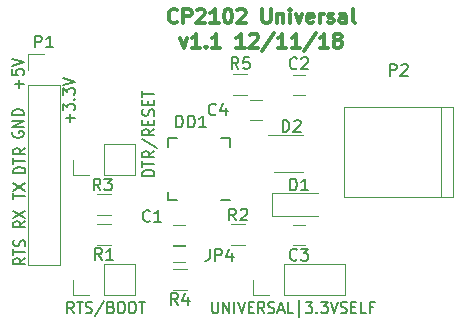
<source format=gbr>
G04 #@! TF.FileFunction,Legend,Top*
%FSLAX46Y46*%
G04 Gerber Fmt 4.6, Leading zero omitted, Abs format (unit mm)*
G04 Created by KiCad (PCBNEW 4.0.7) date 11/13/18 10:50:41*
%MOMM*%
%LPD*%
G01*
G04 APERTURE LIST*
%ADD10C,0.100000*%
%ADD11C,0.150000*%
%ADD12C,0.300000*%
%ADD13C,0.120000*%
G04 APERTURE END LIST*
D10*
D11*
X160296286Y-119975381D02*
X160296286Y-120784905D01*
X160339143Y-120880143D01*
X160382000Y-120927762D01*
X160467714Y-120975381D01*
X160639143Y-120975381D01*
X160724857Y-120927762D01*
X160767714Y-120880143D01*
X160810571Y-120784905D01*
X160810571Y-119975381D01*
X161239143Y-120975381D02*
X161239143Y-119975381D01*
X161753428Y-120975381D01*
X161753428Y-119975381D01*
X162182000Y-120975381D02*
X162182000Y-119975381D01*
X162481999Y-119975381D02*
X162781999Y-120975381D01*
X163081999Y-119975381D01*
X163382000Y-120451571D02*
X163682000Y-120451571D01*
X163810571Y-120975381D02*
X163382000Y-120975381D01*
X163382000Y-119975381D01*
X163810571Y-119975381D01*
X164710571Y-120975381D02*
X164410571Y-120499190D01*
X164196286Y-120975381D02*
X164196286Y-119975381D01*
X164539143Y-119975381D01*
X164624857Y-120023000D01*
X164667714Y-120070619D01*
X164710571Y-120165857D01*
X164710571Y-120308714D01*
X164667714Y-120403952D01*
X164624857Y-120451571D01*
X164539143Y-120499190D01*
X164196286Y-120499190D01*
X165053429Y-120927762D02*
X165182000Y-120975381D01*
X165396286Y-120975381D01*
X165482000Y-120927762D01*
X165524857Y-120880143D01*
X165567714Y-120784905D01*
X165567714Y-120689667D01*
X165524857Y-120594429D01*
X165482000Y-120546810D01*
X165396286Y-120499190D01*
X165224857Y-120451571D01*
X165139143Y-120403952D01*
X165096286Y-120356333D01*
X165053429Y-120261095D01*
X165053429Y-120165857D01*
X165096286Y-120070619D01*
X165139143Y-120023000D01*
X165224857Y-119975381D01*
X165439143Y-119975381D01*
X165567714Y-120023000D01*
X165910572Y-120689667D02*
X166339143Y-120689667D01*
X165824857Y-120975381D02*
X166124857Y-119975381D01*
X166424857Y-120975381D01*
X167153429Y-120975381D02*
X166724858Y-120975381D01*
X166724858Y-119975381D01*
X167667714Y-121308714D02*
X167667714Y-119880143D01*
X168224857Y-119975381D02*
X168782000Y-119975381D01*
X168482000Y-120356333D01*
X168610572Y-120356333D01*
X168696286Y-120403952D01*
X168739143Y-120451571D01*
X168782000Y-120546810D01*
X168782000Y-120784905D01*
X168739143Y-120880143D01*
X168696286Y-120927762D01*
X168610572Y-120975381D01*
X168353429Y-120975381D01*
X168267715Y-120927762D01*
X168224857Y-120880143D01*
X169167715Y-120880143D02*
X169210572Y-120927762D01*
X169167715Y-120975381D01*
X169124858Y-120927762D01*
X169167715Y-120880143D01*
X169167715Y-120975381D01*
X169510571Y-119975381D02*
X170067714Y-119975381D01*
X169767714Y-120356333D01*
X169896286Y-120356333D01*
X169982000Y-120403952D01*
X170024857Y-120451571D01*
X170067714Y-120546810D01*
X170067714Y-120784905D01*
X170024857Y-120880143D01*
X169982000Y-120927762D01*
X169896286Y-120975381D01*
X169639143Y-120975381D01*
X169553429Y-120927762D01*
X169510571Y-120880143D01*
X170324857Y-119975381D02*
X170624857Y-120975381D01*
X170924857Y-119975381D01*
X171182001Y-120927762D02*
X171310572Y-120975381D01*
X171524858Y-120975381D01*
X171610572Y-120927762D01*
X171653429Y-120880143D01*
X171696286Y-120784905D01*
X171696286Y-120689667D01*
X171653429Y-120594429D01*
X171610572Y-120546810D01*
X171524858Y-120499190D01*
X171353429Y-120451571D01*
X171267715Y-120403952D01*
X171224858Y-120356333D01*
X171182001Y-120261095D01*
X171182001Y-120165857D01*
X171224858Y-120070619D01*
X171267715Y-120023000D01*
X171353429Y-119975381D01*
X171567715Y-119975381D01*
X171696286Y-120023000D01*
X172082001Y-120451571D02*
X172382001Y-120451571D01*
X172510572Y-120975381D02*
X172082001Y-120975381D01*
X172082001Y-119975381D01*
X172510572Y-119975381D01*
X173324858Y-120975381D02*
X172896287Y-120975381D01*
X172896287Y-119975381D01*
X173924858Y-120451571D02*
X173624858Y-120451571D01*
X173624858Y-120975381D02*
X173624858Y-119975381D01*
X174053429Y-119975381D01*
X148557000Y-120975381D02*
X148257000Y-120499190D01*
X148042715Y-120975381D02*
X148042715Y-119975381D01*
X148385572Y-119975381D01*
X148471286Y-120023000D01*
X148514143Y-120070619D01*
X148557000Y-120165857D01*
X148557000Y-120308714D01*
X148514143Y-120403952D01*
X148471286Y-120451571D01*
X148385572Y-120499190D01*
X148042715Y-120499190D01*
X148814143Y-119975381D02*
X149328429Y-119975381D01*
X149071286Y-120975381D02*
X149071286Y-119975381D01*
X149585572Y-120927762D02*
X149714143Y-120975381D01*
X149928429Y-120975381D01*
X150014143Y-120927762D01*
X150057000Y-120880143D01*
X150099857Y-120784905D01*
X150099857Y-120689667D01*
X150057000Y-120594429D01*
X150014143Y-120546810D01*
X149928429Y-120499190D01*
X149757000Y-120451571D01*
X149671286Y-120403952D01*
X149628429Y-120356333D01*
X149585572Y-120261095D01*
X149585572Y-120165857D01*
X149628429Y-120070619D01*
X149671286Y-120023000D01*
X149757000Y-119975381D01*
X149971286Y-119975381D01*
X150099857Y-120023000D01*
X151128429Y-119927762D02*
X150357000Y-121213476D01*
X151728429Y-120451571D02*
X151857000Y-120499190D01*
X151899857Y-120546810D01*
X151942714Y-120642048D01*
X151942714Y-120784905D01*
X151899857Y-120880143D01*
X151857000Y-120927762D01*
X151771286Y-120975381D01*
X151428429Y-120975381D01*
X151428429Y-119975381D01*
X151728429Y-119975381D01*
X151814143Y-120023000D01*
X151857000Y-120070619D01*
X151899857Y-120165857D01*
X151899857Y-120261095D01*
X151857000Y-120356333D01*
X151814143Y-120403952D01*
X151728429Y-120451571D01*
X151428429Y-120451571D01*
X152499857Y-119975381D02*
X152671286Y-119975381D01*
X152757000Y-120023000D01*
X152842714Y-120118238D01*
X152885572Y-120308714D01*
X152885572Y-120642048D01*
X152842714Y-120832524D01*
X152757000Y-120927762D01*
X152671286Y-120975381D01*
X152499857Y-120975381D01*
X152414143Y-120927762D01*
X152328429Y-120832524D01*
X152285572Y-120642048D01*
X152285572Y-120308714D01*
X152328429Y-120118238D01*
X152414143Y-120023000D01*
X152499857Y-119975381D01*
X153442714Y-119975381D02*
X153614143Y-119975381D01*
X153699857Y-120023000D01*
X153785571Y-120118238D01*
X153828429Y-120308714D01*
X153828429Y-120642048D01*
X153785571Y-120832524D01*
X153699857Y-120927762D01*
X153614143Y-120975381D01*
X153442714Y-120975381D01*
X153357000Y-120927762D01*
X153271286Y-120832524D01*
X153228429Y-120642048D01*
X153228429Y-120308714D01*
X153271286Y-120118238D01*
X153357000Y-120023000D01*
X153442714Y-119975381D01*
X154085571Y-119975381D02*
X154599857Y-119975381D01*
X154342714Y-120975381D02*
X154342714Y-119975381D01*
X155392381Y-109326714D02*
X154392381Y-109326714D01*
X154392381Y-109112429D01*
X154440000Y-108983857D01*
X154535238Y-108898143D01*
X154630476Y-108855286D01*
X154820952Y-108812429D01*
X154963810Y-108812429D01*
X155154286Y-108855286D01*
X155249524Y-108898143D01*
X155344762Y-108983857D01*
X155392381Y-109112429D01*
X155392381Y-109326714D01*
X154392381Y-108555286D02*
X154392381Y-108041000D01*
X155392381Y-108298143D02*
X154392381Y-108298143D01*
X155392381Y-107226715D02*
X154916190Y-107526715D01*
X155392381Y-107741000D02*
X154392381Y-107741000D01*
X154392381Y-107398143D01*
X154440000Y-107312429D01*
X154487619Y-107269572D01*
X154582857Y-107226715D01*
X154725714Y-107226715D01*
X154820952Y-107269572D01*
X154868571Y-107312429D01*
X154916190Y-107398143D01*
X154916190Y-107741000D01*
X154344762Y-106198143D02*
X155630476Y-106969572D01*
X155392381Y-105383858D02*
X154916190Y-105683858D01*
X155392381Y-105898143D02*
X154392381Y-105898143D01*
X154392381Y-105555286D01*
X154440000Y-105469572D01*
X154487619Y-105426715D01*
X154582857Y-105383858D01*
X154725714Y-105383858D01*
X154820952Y-105426715D01*
X154868571Y-105469572D01*
X154916190Y-105555286D01*
X154916190Y-105898143D01*
X154868571Y-104998143D02*
X154868571Y-104698143D01*
X155392381Y-104569572D02*
X155392381Y-104998143D01*
X154392381Y-104998143D01*
X154392381Y-104569572D01*
X155344762Y-104226714D02*
X155392381Y-104098143D01*
X155392381Y-103883857D01*
X155344762Y-103798143D01*
X155297143Y-103755286D01*
X155201905Y-103712429D01*
X155106667Y-103712429D01*
X155011429Y-103755286D01*
X154963810Y-103798143D01*
X154916190Y-103883857D01*
X154868571Y-104055286D01*
X154820952Y-104141000D01*
X154773333Y-104183857D01*
X154678095Y-104226714D01*
X154582857Y-104226714D01*
X154487619Y-104183857D01*
X154440000Y-104141000D01*
X154392381Y-104055286D01*
X154392381Y-103841000D01*
X154440000Y-103712429D01*
X154868571Y-103326714D02*
X154868571Y-103026714D01*
X155392381Y-102898143D02*
X155392381Y-103326714D01*
X154392381Y-103326714D01*
X154392381Y-102898143D01*
X154392381Y-102641000D02*
X154392381Y-102126714D01*
X155392381Y-102383857D02*
X154392381Y-102383857D01*
X144470381Y-116316857D02*
X143994190Y-116616857D01*
X144470381Y-116831142D02*
X143470381Y-116831142D01*
X143470381Y-116488285D01*
X143518000Y-116402571D01*
X143565619Y-116359714D01*
X143660857Y-116316857D01*
X143803714Y-116316857D01*
X143898952Y-116359714D01*
X143946571Y-116402571D01*
X143994190Y-116488285D01*
X143994190Y-116831142D01*
X143470381Y-116059714D02*
X143470381Y-115545428D01*
X144470381Y-115802571D02*
X143470381Y-115802571D01*
X144422762Y-115288285D02*
X144470381Y-115159714D01*
X144470381Y-114945428D01*
X144422762Y-114859714D01*
X144375143Y-114816857D01*
X144279905Y-114774000D01*
X144184667Y-114774000D01*
X144089429Y-114816857D01*
X144041810Y-114859714D01*
X143994190Y-114945428D01*
X143946571Y-115116857D01*
X143898952Y-115202571D01*
X143851333Y-115245428D01*
X143756095Y-115288285D01*
X143660857Y-115288285D01*
X143565619Y-115245428D01*
X143518000Y-115202571D01*
X143470381Y-115116857D01*
X143470381Y-114902571D01*
X143518000Y-114774000D01*
X144470381Y-113180000D02*
X143994190Y-113480000D01*
X144470381Y-113694285D02*
X143470381Y-113694285D01*
X143470381Y-113351428D01*
X143518000Y-113265714D01*
X143565619Y-113222857D01*
X143660857Y-113180000D01*
X143803714Y-113180000D01*
X143898952Y-113222857D01*
X143946571Y-113265714D01*
X143994190Y-113351428D01*
X143994190Y-113694285D01*
X143470381Y-112880000D02*
X144470381Y-112280000D01*
X143470381Y-112280000D02*
X144470381Y-112880000D01*
X143470381Y-111302714D02*
X143470381Y-110788428D01*
X144470381Y-111045571D02*
X143470381Y-111045571D01*
X143470381Y-110574143D02*
X144470381Y-109974143D01*
X143470381Y-109974143D02*
X144470381Y-110574143D01*
X144470381Y-109105571D02*
X143470381Y-109105571D01*
X143470381Y-108891286D01*
X143518000Y-108762714D01*
X143613238Y-108677000D01*
X143708476Y-108634143D01*
X143898952Y-108591286D01*
X144041810Y-108591286D01*
X144232286Y-108634143D01*
X144327524Y-108677000D01*
X144422762Y-108762714D01*
X144470381Y-108891286D01*
X144470381Y-109105571D01*
X143470381Y-108334143D02*
X143470381Y-107819857D01*
X144470381Y-108077000D02*
X143470381Y-108077000D01*
X144470381Y-107005572D02*
X143994190Y-107305572D01*
X144470381Y-107519857D02*
X143470381Y-107519857D01*
X143470381Y-107177000D01*
X143518000Y-107091286D01*
X143565619Y-107048429D01*
X143660857Y-107005572D01*
X143803714Y-107005572D01*
X143898952Y-107048429D01*
X143946571Y-107091286D01*
X143994190Y-107177000D01*
X143994190Y-107519857D01*
X143391000Y-105587714D02*
X143343381Y-105673428D01*
X143343381Y-105801999D01*
X143391000Y-105930571D01*
X143486238Y-106016285D01*
X143581476Y-106059142D01*
X143771952Y-106101999D01*
X143914810Y-106101999D01*
X144105286Y-106059142D01*
X144200524Y-106016285D01*
X144295762Y-105930571D01*
X144343381Y-105801999D01*
X144343381Y-105716285D01*
X144295762Y-105587714D01*
X144248143Y-105544857D01*
X143914810Y-105544857D01*
X143914810Y-105716285D01*
X144343381Y-105159142D02*
X143343381Y-105159142D01*
X144343381Y-104644857D01*
X143343381Y-104644857D01*
X144343381Y-104216285D02*
X143343381Y-104216285D01*
X143343381Y-104002000D01*
X143391000Y-103873428D01*
X143486238Y-103787714D01*
X143581476Y-103744857D01*
X143771952Y-103702000D01*
X143914810Y-103702000D01*
X144105286Y-103744857D01*
X144200524Y-103787714D01*
X144295762Y-103873428D01*
X144343381Y-104002000D01*
X144343381Y-104216285D01*
X148280429Y-104797000D02*
X148280429Y-104111286D01*
X148661381Y-104454143D02*
X147899476Y-104454143D01*
X147661381Y-103768429D02*
X147661381Y-103211286D01*
X148042333Y-103511286D01*
X148042333Y-103382714D01*
X148089952Y-103297000D01*
X148137571Y-103254143D01*
X148232810Y-103211286D01*
X148470905Y-103211286D01*
X148566143Y-103254143D01*
X148613762Y-103297000D01*
X148661381Y-103382714D01*
X148661381Y-103639857D01*
X148613762Y-103725571D01*
X148566143Y-103768429D01*
X148566143Y-102825571D02*
X148613762Y-102782714D01*
X148661381Y-102825571D01*
X148613762Y-102868428D01*
X148566143Y-102825571D01*
X148661381Y-102825571D01*
X147661381Y-102482715D02*
X147661381Y-101925572D01*
X148042333Y-102225572D01*
X148042333Y-102097000D01*
X148089952Y-102011286D01*
X148137571Y-101968429D01*
X148232810Y-101925572D01*
X148470905Y-101925572D01*
X148566143Y-101968429D01*
X148613762Y-102011286D01*
X148661381Y-102097000D01*
X148661381Y-102354143D01*
X148613762Y-102439857D01*
X148566143Y-102482715D01*
X147661381Y-101668429D02*
X148661381Y-101368429D01*
X147661381Y-101068429D01*
X143962429Y-101868143D02*
X143962429Y-101182429D01*
X144343381Y-101525286D02*
X143581476Y-101525286D01*
X143343381Y-100325286D02*
X143343381Y-100753857D01*
X143819571Y-100796714D01*
X143771952Y-100753857D01*
X143724333Y-100668143D01*
X143724333Y-100453857D01*
X143771952Y-100368143D01*
X143819571Y-100325286D01*
X143914810Y-100282429D01*
X144152905Y-100282429D01*
X144248143Y-100325286D01*
X144295762Y-100368143D01*
X144343381Y-100453857D01*
X144343381Y-100668143D01*
X144295762Y-100753857D01*
X144248143Y-100796714D01*
X143343381Y-100025286D02*
X144343381Y-99725286D01*
X143343381Y-99425286D01*
D12*
X157350715Y-96279571D02*
X157293572Y-96336714D01*
X157122143Y-96393857D01*
X157007857Y-96393857D01*
X156836429Y-96336714D01*
X156722143Y-96222429D01*
X156665000Y-96108143D01*
X156607857Y-95879571D01*
X156607857Y-95708143D01*
X156665000Y-95479571D01*
X156722143Y-95365286D01*
X156836429Y-95251000D01*
X157007857Y-95193857D01*
X157122143Y-95193857D01*
X157293572Y-95251000D01*
X157350715Y-95308143D01*
X157865000Y-96393857D02*
X157865000Y-95193857D01*
X158322143Y-95193857D01*
X158436429Y-95251000D01*
X158493572Y-95308143D01*
X158550715Y-95422429D01*
X158550715Y-95593857D01*
X158493572Y-95708143D01*
X158436429Y-95765286D01*
X158322143Y-95822429D01*
X157865000Y-95822429D01*
X159007857Y-95308143D02*
X159065000Y-95251000D01*
X159179286Y-95193857D01*
X159465000Y-95193857D01*
X159579286Y-95251000D01*
X159636429Y-95308143D01*
X159693572Y-95422429D01*
X159693572Y-95536714D01*
X159636429Y-95708143D01*
X158950715Y-96393857D01*
X159693572Y-96393857D01*
X160836429Y-96393857D02*
X160150714Y-96393857D01*
X160493572Y-96393857D02*
X160493572Y-95193857D01*
X160379286Y-95365286D01*
X160265000Y-95479571D01*
X160150714Y-95536714D01*
X161579286Y-95193857D02*
X161693571Y-95193857D01*
X161807857Y-95251000D01*
X161865000Y-95308143D01*
X161922143Y-95422429D01*
X161979286Y-95651000D01*
X161979286Y-95936714D01*
X161922143Y-96165286D01*
X161865000Y-96279571D01*
X161807857Y-96336714D01*
X161693571Y-96393857D01*
X161579286Y-96393857D01*
X161465000Y-96336714D01*
X161407857Y-96279571D01*
X161350714Y-96165286D01*
X161293571Y-95936714D01*
X161293571Y-95651000D01*
X161350714Y-95422429D01*
X161407857Y-95308143D01*
X161465000Y-95251000D01*
X161579286Y-95193857D01*
X162436428Y-95308143D02*
X162493571Y-95251000D01*
X162607857Y-95193857D01*
X162893571Y-95193857D01*
X163007857Y-95251000D01*
X163065000Y-95308143D01*
X163122143Y-95422429D01*
X163122143Y-95536714D01*
X163065000Y-95708143D01*
X162379286Y-96393857D01*
X163122143Y-96393857D01*
X164550714Y-95193857D02*
X164550714Y-96165286D01*
X164607857Y-96279571D01*
X164665000Y-96336714D01*
X164779286Y-96393857D01*
X165007857Y-96393857D01*
X165122143Y-96336714D01*
X165179286Y-96279571D01*
X165236429Y-96165286D01*
X165236429Y-95193857D01*
X165807857Y-95593857D02*
X165807857Y-96393857D01*
X165807857Y-95708143D02*
X165865000Y-95651000D01*
X165979286Y-95593857D01*
X166150714Y-95593857D01*
X166265000Y-95651000D01*
X166322143Y-95765286D01*
X166322143Y-96393857D01*
X166893571Y-96393857D02*
X166893571Y-95593857D01*
X166893571Y-95193857D02*
X166836428Y-95251000D01*
X166893571Y-95308143D01*
X166950714Y-95251000D01*
X166893571Y-95193857D01*
X166893571Y-95308143D01*
X167350715Y-95593857D02*
X167636429Y-96393857D01*
X167922143Y-95593857D01*
X168836429Y-96336714D02*
X168722143Y-96393857D01*
X168493572Y-96393857D01*
X168379286Y-96336714D01*
X168322143Y-96222429D01*
X168322143Y-95765286D01*
X168379286Y-95651000D01*
X168493572Y-95593857D01*
X168722143Y-95593857D01*
X168836429Y-95651000D01*
X168893572Y-95765286D01*
X168893572Y-95879571D01*
X168322143Y-95993857D01*
X169407857Y-96393857D02*
X169407857Y-95593857D01*
X169407857Y-95822429D02*
X169465000Y-95708143D01*
X169522143Y-95651000D01*
X169636429Y-95593857D01*
X169750714Y-95593857D01*
X170093571Y-96336714D02*
X170207857Y-96393857D01*
X170436429Y-96393857D01*
X170550714Y-96336714D01*
X170607857Y-96222429D01*
X170607857Y-96165286D01*
X170550714Y-96051000D01*
X170436429Y-95993857D01*
X170265000Y-95993857D01*
X170150714Y-95936714D01*
X170093571Y-95822429D01*
X170093571Y-95765286D01*
X170150714Y-95651000D01*
X170265000Y-95593857D01*
X170436429Y-95593857D01*
X170550714Y-95651000D01*
X171636429Y-96393857D02*
X171636429Y-95765286D01*
X171579286Y-95651000D01*
X171465000Y-95593857D01*
X171236429Y-95593857D01*
X171122143Y-95651000D01*
X171636429Y-96336714D02*
X171522143Y-96393857D01*
X171236429Y-96393857D01*
X171122143Y-96336714D01*
X171065000Y-96222429D01*
X171065000Y-96108143D01*
X171122143Y-95993857D01*
X171236429Y-95936714D01*
X171522143Y-95936714D01*
X171636429Y-95879571D01*
X172379286Y-96393857D02*
X172265000Y-96336714D01*
X172207857Y-96222429D01*
X172207857Y-95193857D01*
X157607858Y-97693857D02*
X157893572Y-98493857D01*
X158179286Y-97693857D01*
X159265001Y-98493857D02*
X158579286Y-98493857D01*
X158922144Y-98493857D02*
X158922144Y-97293857D01*
X158807858Y-97465286D01*
X158693572Y-97579571D01*
X158579286Y-97636714D01*
X159779286Y-98379571D02*
X159836429Y-98436714D01*
X159779286Y-98493857D01*
X159722143Y-98436714D01*
X159779286Y-98379571D01*
X159779286Y-98493857D01*
X160979287Y-98493857D02*
X160293572Y-98493857D01*
X160636430Y-98493857D02*
X160636430Y-97293857D01*
X160522144Y-97465286D01*
X160407858Y-97579571D01*
X160293572Y-97636714D01*
X163036430Y-98493857D02*
X162350715Y-98493857D01*
X162693573Y-98493857D02*
X162693573Y-97293857D01*
X162579287Y-97465286D01*
X162465001Y-97579571D01*
X162350715Y-97636714D01*
X163493572Y-97408143D02*
X163550715Y-97351000D01*
X163665001Y-97293857D01*
X163950715Y-97293857D01*
X164065001Y-97351000D01*
X164122144Y-97408143D01*
X164179287Y-97522429D01*
X164179287Y-97636714D01*
X164122144Y-97808143D01*
X163436430Y-98493857D01*
X164179287Y-98493857D01*
X165550715Y-97236714D02*
X164522144Y-98779571D01*
X166579287Y-98493857D02*
X165893572Y-98493857D01*
X166236430Y-98493857D02*
X166236430Y-97293857D01*
X166122144Y-97465286D01*
X166007858Y-97579571D01*
X165893572Y-97636714D01*
X167722144Y-98493857D02*
X167036429Y-98493857D01*
X167379287Y-98493857D02*
X167379287Y-97293857D01*
X167265001Y-97465286D01*
X167150715Y-97579571D01*
X167036429Y-97636714D01*
X169093572Y-97236714D02*
X168065001Y-98779571D01*
X170122144Y-98493857D02*
X169436429Y-98493857D01*
X169779287Y-98493857D02*
X169779287Y-97293857D01*
X169665001Y-97465286D01*
X169550715Y-97579571D01*
X169436429Y-97636714D01*
X170807858Y-97808143D02*
X170693572Y-97751000D01*
X170636429Y-97693857D01*
X170579286Y-97579571D01*
X170579286Y-97522429D01*
X170636429Y-97408143D01*
X170693572Y-97351000D01*
X170807858Y-97293857D01*
X171036429Y-97293857D01*
X171150715Y-97351000D01*
X171207858Y-97408143D01*
X171265001Y-97522429D01*
X171265001Y-97579571D01*
X171207858Y-97693857D01*
X171150715Y-97751000D01*
X171036429Y-97808143D01*
X170807858Y-97808143D01*
X170693572Y-97865286D01*
X170636429Y-97922429D01*
X170579286Y-98036714D01*
X170579286Y-98265286D01*
X170636429Y-98379571D01*
X170693572Y-98436714D01*
X170807858Y-98493857D01*
X171036429Y-98493857D01*
X171150715Y-98436714D01*
X171207858Y-98379571D01*
X171265001Y-98265286D01*
X171265001Y-98036714D01*
X171207858Y-97922429D01*
X171150715Y-97865286D01*
X171036429Y-97808143D01*
D13*
X179670000Y-111160000D02*
X179670000Y-103460000D01*
X180670000Y-111160000D02*
X180670000Y-103460000D01*
X180670000Y-103460000D02*
X171470000Y-103460000D01*
X171470000Y-103460000D02*
X171470000Y-111160000D01*
X171470000Y-111160000D02*
X180670000Y-111160000D01*
D11*
X156557500Y-111412500D02*
X156557500Y-110662500D01*
X161807500Y-106162500D02*
X161807500Y-106912500D01*
X156557500Y-106162500D02*
X156557500Y-106912500D01*
X161807500Y-111412500D02*
X161057500Y-111412500D01*
X161807500Y-106162500D02*
X161057500Y-106162500D01*
X156557500Y-106162500D02*
X157307500Y-106162500D01*
X156557500Y-111412500D02*
X157307500Y-111412500D01*
D13*
X156960000Y-115150000D02*
X157960000Y-115150000D01*
X157960000Y-113450000D02*
X156960000Y-113450000D01*
X168140000Y-100750000D02*
X167140000Y-100750000D01*
X167140000Y-102450000D02*
X168140000Y-102450000D01*
X167140000Y-115150000D02*
X168140000Y-115150000D01*
X168140000Y-113450000D02*
X167140000Y-113450000D01*
X165390000Y-110760000D02*
X165390000Y-112760000D01*
X165390000Y-112760000D02*
X169290000Y-112760000D01*
X165390000Y-110760000D02*
X169290000Y-110760000D01*
X153730000Y-109280000D02*
X153730000Y-106620000D01*
X151130000Y-109280000D02*
X153730000Y-109280000D01*
X151130000Y-106620000D02*
X153730000Y-106620000D01*
X151130000Y-109280000D02*
X151130000Y-106620000D01*
X149860000Y-109280000D02*
X148530000Y-109280000D01*
X148530000Y-109280000D02*
X148530000Y-107950000D01*
X153730000Y-119440000D02*
X153730000Y-116780000D01*
X151130000Y-119440000D02*
X153730000Y-119440000D01*
X151130000Y-116780000D02*
X153730000Y-116780000D01*
X151130000Y-119440000D02*
X151130000Y-116780000D01*
X149860000Y-119440000D02*
X148530000Y-119440000D01*
X148530000Y-119440000D02*
X148530000Y-118110000D01*
X171510000Y-119440000D02*
X171510000Y-116780000D01*
X166370000Y-119440000D02*
X171510000Y-119440000D01*
X166370000Y-116780000D02*
X171510000Y-116780000D01*
X166370000Y-119440000D02*
X166370000Y-116780000D01*
X165100000Y-119440000D02*
X163770000Y-119440000D01*
X163770000Y-119440000D02*
X163770000Y-118110000D01*
X144720000Y-116900000D02*
X147380000Y-116900000D01*
X144720000Y-101600000D02*
X144720000Y-116900000D01*
X147380000Y-101600000D02*
X147380000Y-116900000D01*
X144720000Y-101600000D02*
X147380000Y-101600000D01*
X144720000Y-100330000D02*
X144720000Y-99000000D01*
X144720000Y-99000000D02*
X146050000Y-99000000D01*
X150530000Y-113420000D02*
X151730000Y-113420000D01*
X151730000Y-115180000D02*
X150530000Y-115180000D01*
X161880000Y-113420000D02*
X163080000Y-113420000D01*
X163080000Y-115180000D02*
X161880000Y-115180000D01*
X150530000Y-110880000D02*
X151730000Y-110880000D01*
X151730000Y-112640000D02*
X150530000Y-112640000D01*
X156960000Y-117230000D02*
X158160000Y-117230000D01*
X158160000Y-118990000D02*
X156960000Y-118990000D01*
X162040000Y-100720000D02*
X163240000Y-100720000D01*
X163240000Y-102480000D02*
X162040000Y-102480000D01*
X164490000Y-102920000D02*
X163490000Y-102920000D01*
X163490000Y-104620000D02*
X164490000Y-104620000D01*
X157980000Y-116631000D02*
X156980000Y-116631000D01*
X156980000Y-115271000D02*
X157980000Y-115271000D01*
X165551000Y-108992000D02*
X167951000Y-108992000D01*
X167951000Y-105892000D02*
X165001000Y-105892000D01*
D11*
X175331905Y-100862381D02*
X175331905Y-99862381D01*
X175712858Y-99862381D01*
X175808096Y-99910000D01*
X175855715Y-99957619D01*
X175903334Y-100052857D01*
X175903334Y-100195714D01*
X175855715Y-100290952D01*
X175808096Y-100338571D01*
X175712858Y-100386190D01*
X175331905Y-100386190D01*
X176284286Y-99957619D02*
X176331905Y-99910000D01*
X176427143Y-99862381D01*
X176665239Y-99862381D01*
X176760477Y-99910000D01*
X176808096Y-99957619D01*
X176855715Y-100052857D01*
X176855715Y-100148095D01*
X176808096Y-100290952D01*
X176236667Y-100862381D01*
X176855715Y-100862381D01*
X157257905Y-105227381D02*
X157257905Y-104227381D01*
X157496000Y-104227381D01*
X157638858Y-104275000D01*
X157734096Y-104370238D01*
X157781715Y-104465476D01*
X157829334Y-104655952D01*
X157829334Y-104798810D01*
X157781715Y-104989286D01*
X157734096Y-105084524D01*
X157638858Y-105179762D01*
X157496000Y-105227381D01*
X157257905Y-105227381D01*
X158257905Y-105227381D02*
X158257905Y-104227381D01*
X158496000Y-104227381D01*
X158638858Y-104275000D01*
X158734096Y-104370238D01*
X158781715Y-104465476D01*
X158829334Y-104655952D01*
X158829334Y-104798810D01*
X158781715Y-104989286D01*
X158734096Y-105084524D01*
X158638858Y-105179762D01*
X158496000Y-105227381D01*
X158257905Y-105227381D01*
X159781715Y-105227381D02*
X159210286Y-105227381D01*
X159496000Y-105227381D02*
X159496000Y-104227381D01*
X159400762Y-104370238D01*
X159305524Y-104465476D01*
X159210286Y-104513095D01*
X155027334Y-113133143D02*
X154979715Y-113180762D01*
X154836858Y-113228381D01*
X154741620Y-113228381D01*
X154598762Y-113180762D01*
X154503524Y-113085524D01*
X154455905Y-112990286D01*
X154408286Y-112799810D01*
X154408286Y-112656952D01*
X154455905Y-112466476D01*
X154503524Y-112371238D01*
X154598762Y-112276000D01*
X154741620Y-112228381D01*
X154836858Y-112228381D01*
X154979715Y-112276000D01*
X155027334Y-112323619D01*
X155979715Y-113228381D02*
X155408286Y-113228381D01*
X155694000Y-113228381D02*
X155694000Y-112228381D01*
X155598762Y-112371238D01*
X155503524Y-112466476D01*
X155408286Y-112514095D01*
X167473334Y-100207143D02*
X167425715Y-100254762D01*
X167282858Y-100302381D01*
X167187620Y-100302381D01*
X167044762Y-100254762D01*
X166949524Y-100159524D01*
X166901905Y-100064286D01*
X166854286Y-99873810D01*
X166854286Y-99730952D01*
X166901905Y-99540476D01*
X166949524Y-99445238D01*
X167044762Y-99350000D01*
X167187620Y-99302381D01*
X167282858Y-99302381D01*
X167425715Y-99350000D01*
X167473334Y-99397619D01*
X167854286Y-99397619D02*
X167901905Y-99350000D01*
X167997143Y-99302381D01*
X168235239Y-99302381D01*
X168330477Y-99350000D01*
X168378096Y-99397619D01*
X168425715Y-99492857D01*
X168425715Y-99588095D01*
X168378096Y-99730952D01*
X167806667Y-100302381D01*
X168425715Y-100302381D01*
X167473334Y-116407143D02*
X167425715Y-116454762D01*
X167282858Y-116502381D01*
X167187620Y-116502381D01*
X167044762Y-116454762D01*
X166949524Y-116359524D01*
X166901905Y-116264286D01*
X166854286Y-116073810D01*
X166854286Y-115930952D01*
X166901905Y-115740476D01*
X166949524Y-115645238D01*
X167044762Y-115550000D01*
X167187620Y-115502381D01*
X167282858Y-115502381D01*
X167425715Y-115550000D01*
X167473334Y-115597619D01*
X167806667Y-115502381D02*
X168425715Y-115502381D01*
X168092381Y-115883333D01*
X168235239Y-115883333D01*
X168330477Y-115930952D01*
X168378096Y-115978571D01*
X168425715Y-116073810D01*
X168425715Y-116311905D01*
X168378096Y-116407143D01*
X168330477Y-116454762D01*
X168235239Y-116502381D01*
X167949524Y-116502381D01*
X167854286Y-116454762D01*
X167806667Y-116407143D01*
X166901905Y-110561381D02*
X166901905Y-109561381D01*
X167140000Y-109561381D01*
X167282858Y-109609000D01*
X167378096Y-109704238D01*
X167425715Y-109799476D01*
X167473334Y-109989952D01*
X167473334Y-110132810D01*
X167425715Y-110323286D01*
X167378096Y-110418524D01*
X167282858Y-110513762D01*
X167140000Y-110561381D01*
X166901905Y-110561381D01*
X168425715Y-110561381D02*
X167854286Y-110561381D01*
X168140000Y-110561381D02*
X168140000Y-109561381D01*
X168044762Y-109704238D01*
X167949524Y-109799476D01*
X167854286Y-109847095D01*
X145311905Y-98452381D02*
X145311905Y-97452381D01*
X145692858Y-97452381D01*
X145788096Y-97500000D01*
X145835715Y-97547619D01*
X145883334Y-97642857D01*
X145883334Y-97785714D01*
X145835715Y-97880952D01*
X145788096Y-97928571D01*
X145692858Y-97976190D01*
X145311905Y-97976190D01*
X146835715Y-98452381D02*
X146264286Y-98452381D01*
X146550000Y-98452381D02*
X146550000Y-97452381D01*
X146454762Y-97595238D01*
X146359524Y-97690476D01*
X146264286Y-97738095D01*
X150963334Y-116452381D02*
X150630000Y-115976190D01*
X150391905Y-116452381D02*
X150391905Y-115452381D01*
X150772858Y-115452381D01*
X150868096Y-115500000D01*
X150915715Y-115547619D01*
X150963334Y-115642857D01*
X150963334Y-115785714D01*
X150915715Y-115880952D01*
X150868096Y-115928571D01*
X150772858Y-115976190D01*
X150391905Y-115976190D01*
X151915715Y-116452381D02*
X151344286Y-116452381D01*
X151630000Y-116452381D02*
X151630000Y-115452381D01*
X151534762Y-115595238D01*
X151439524Y-115690476D01*
X151344286Y-115738095D01*
X162313334Y-113101381D02*
X161980000Y-112625190D01*
X161741905Y-113101381D02*
X161741905Y-112101381D01*
X162122858Y-112101381D01*
X162218096Y-112149000D01*
X162265715Y-112196619D01*
X162313334Y-112291857D01*
X162313334Y-112434714D01*
X162265715Y-112529952D01*
X162218096Y-112577571D01*
X162122858Y-112625190D01*
X161741905Y-112625190D01*
X162694286Y-112196619D02*
X162741905Y-112149000D01*
X162837143Y-112101381D01*
X163075239Y-112101381D01*
X163170477Y-112149000D01*
X163218096Y-112196619D01*
X163265715Y-112291857D01*
X163265715Y-112387095D01*
X163218096Y-112529952D01*
X162646667Y-113101381D01*
X163265715Y-113101381D01*
X150836334Y-110561381D02*
X150503000Y-110085190D01*
X150264905Y-110561381D02*
X150264905Y-109561381D01*
X150645858Y-109561381D01*
X150741096Y-109609000D01*
X150788715Y-109656619D01*
X150836334Y-109751857D01*
X150836334Y-109894714D01*
X150788715Y-109989952D01*
X150741096Y-110037571D01*
X150645858Y-110085190D01*
X150264905Y-110085190D01*
X151169667Y-109561381D02*
X151788715Y-109561381D01*
X151455381Y-109942333D01*
X151598239Y-109942333D01*
X151693477Y-109989952D01*
X151741096Y-110037571D01*
X151788715Y-110132810D01*
X151788715Y-110370905D01*
X151741096Y-110466143D01*
X151693477Y-110513762D01*
X151598239Y-110561381D01*
X151312524Y-110561381D01*
X151217286Y-110513762D01*
X151169667Y-110466143D01*
X157393334Y-120262381D02*
X157060000Y-119786190D01*
X156821905Y-120262381D02*
X156821905Y-119262381D01*
X157202858Y-119262381D01*
X157298096Y-119310000D01*
X157345715Y-119357619D01*
X157393334Y-119452857D01*
X157393334Y-119595714D01*
X157345715Y-119690952D01*
X157298096Y-119738571D01*
X157202858Y-119786190D01*
X156821905Y-119786190D01*
X158250477Y-119595714D02*
X158250477Y-120262381D01*
X158012381Y-119214762D02*
X157774286Y-119929048D01*
X158393334Y-119929048D01*
X162520334Y-100274381D02*
X162187000Y-99798190D01*
X161948905Y-100274381D02*
X161948905Y-99274381D01*
X162329858Y-99274381D01*
X162425096Y-99322000D01*
X162472715Y-99369619D01*
X162520334Y-99464857D01*
X162520334Y-99607714D01*
X162472715Y-99702952D01*
X162425096Y-99750571D01*
X162329858Y-99798190D01*
X161948905Y-99798190D01*
X163425096Y-99274381D02*
X162948905Y-99274381D01*
X162901286Y-99750571D01*
X162948905Y-99702952D01*
X163044143Y-99655333D01*
X163282239Y-99655333D01*
X163377477Y-99702952D01*
X163425096Y-99750571D01*
X163472715Y-99845810D01*
X163472715Y-100083905D01*
X163425096Y-100179143D01*
X163377477Y-100226762D01*
X163282239Y-100274381D01*
X163044143Y-100274381D01*
X162948905Y-100226762D01*
X162901286Y-100179143D01*
X160615334Y-104116143D02*
X160567715Y-104163762D01*
X160424858Y-104211381D01*
X160329620Y-104211381D01*
X160186762Y-104163762D01*
X160091524Y-104068524D01*
X160043905Y-103973286D01*
X159996286Y-103782810D01*
X159996286Y-103639952D01*
X160043905Y-103449476D01*
X160091524Y-103354238D01*
X160186762Y-103259000D01*
X160329620Y-103211381D01*
X160424858Y-103211381D01*
X160567715Y-103259000D01*
X160615334Y-103306619D01*
X161472477Y-103544714D02*
X161472477Y-104211381D01*
X161234381Y-103163762D02*
X160996286Y-103878048D01*
X161615334Y-103878048D01*
X160075667Y-115530381D02*
X160075667Y-116244667D01*
X160028047Y-116387524D01*
X159932809Y-116482762D01*
X159789952Y-116530381D01*
X159694714Y-116530381D01*
X160551857Y-116530381D02*
X160551857Y-115530381D01*
X160932810Y-115530381D01*
X161028048Y-115578000D01*
X161075667Y-115625619D01*
X161123286Y-115720857D01*
X161123286Y-115863714D01*
X161075667Y-115958952D01*
X161028048Y-116006571D01*
X160932810Y-116054190D01*
X160551857Y-116054190D01*
X161980429Y-115863714D02*
X161980429Y-116530381D01*
X161742333Y-115482762D02*
X161504238Y-116197048D01*
X162123286Y-116197048D01*
X166266905Y-105608381D02*
X166266905Y-104608381D01*
X166505000Y-104608381D01*
X166647858Y-104656000D01*
X166743096Y-104751238D01*
X166790715Y-104846476D01*
X166838334Y-105036952D01*
X166838334Y-105179810D01*
X166790715Y-105370286D01*
X166743096Y-105465524D01*
X166647858Y-105560762D01*
X166505000Y-105608381D01*
X166266905Y-105608381D01*
X167219286Y-104703619D02*
X167266905Y-104656000D01*
X167362143Y-104608381D01*
X167600239Y-104608381D01*
X167695477Y-104656000D01*
X167743096Y-104703619D01*
X167790715Y-104798857D01*
X167790715Y-104894095D01*
X167743096Y-105036952D01*
X167171667Y-105608381D01*
X167790715Y-105608381D01*
M02*

</source>
